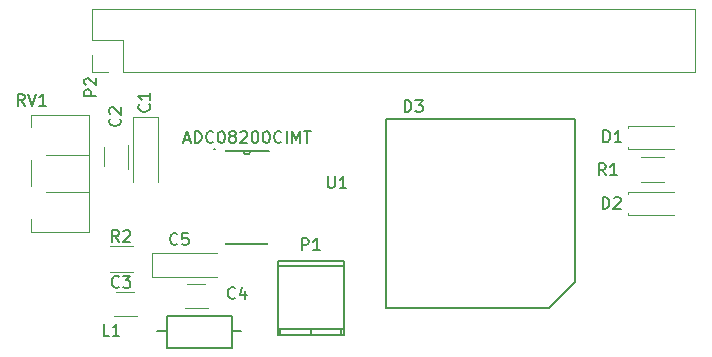
<source format=gbr>
G04 #@! TF.FileFunction,Legend,Top*
%FSLAX46Y46*%
G04 Gerber Fmt 4.6, Leading zero omitted, Abs format (unit mm)*
G04 Created by KiCad (PCBNEW 4.0.6-e0-6349~53~ubuntu16.04.1) date Mon Mar 20 22:19:24 2017*
%MOMM*%
%LPD*%
G01*
G04 APERTURE LIST*
%ADD10C,0.100000*%
%ADD11C,0.120000*%
%ADD12C,0.152400*%
%ADD13C,0.150000*%
%ADD14R,2.100000X2.100000*%
%ADD15O,2.100000X2.100000*%
%ADD16R,2.152600X0.908000*%
%ADD17R,1.900000X3.600000*%
%ADD18R,2.000000X1.400000*%
%ADD19R,1.400000X2.000000*%
%ADD20R,3.600000X1.900000*%
%ADD21R,1.300000X1.600000*%
%ADD22C,2.500000*%
%ADD23R,2.500000X2.500000*%
%ADD24C,2.398980*%
%ADD25O,2.398980X2.398980*%
%ADD26R,2.398980X2.398980*%
%ADD27R,1.300000X2.100000*%
%ADD28C,2.740000*%
%ADD29R,4.591000X1.670000*%
%ADD30R,4.083000X1.670000*%
%ADD31C,3.400000*%
G04 APERTURE END LIST*
D10*
D11*
X123888500Y-37458000D02*
X172268500Y-37458000D01*
X172268500Y-37458000D02*
X172268500Y-32138000D01*
X172268500Y-32138000D02*
X121228500Y-32138000D01*
X121228500Y-32138000D02*
X121228500Y-34798000D01*
X121228500Y-34798000D02*
X123888500Y-34798000D01*
X123888500Y-34798000D02*
X123888500Y-37458000D01*
X122618500Y-37458000D02*
X121228500Y-37458000D01*
X121228500Y-37458000D02*
X121228500Y-36068000D01*
D12*
X132500627Y-52082700D02*
X136231373Y-52082700D01*
X136231373Y-44183300D02*
X132500627Y-44183300D01*
X134061200Y-44183300D02*
G75*
G03X134670800Y-44183300I304800J0D01*
G01*
X131729600Y-44088000D02*
G75*
G03X131729600Y-44088000I-76200J0D01*
G01*
D11*
X126843500Y-41312000D02*
X126843500Y-46812000D01*
X124743500Y-41312000D02*
X124743500Y-46812000D01*
X126843500Y-41312000D02*
X124743500Y-41312000D01*
X124337000Y-45704000D02*
X124337000Y-43704000D01*
X122297000Y-43704000D02*
X122297000Y-45704000D01*
X125079000Y-56130000D02*
X123079000Y-56130000D01*
X123079000Y-58170000D02*
X125079000Y-58170000D01*
X131111500Y-55431500D02*
X129111500Y-55431500D01*
X129111500Y-57471500D02*
X131111500Y-57471500D01*
X126338500Y-52798000D02*
X131838500Y-52798000D01*
X126338500Y-54898000D02*
X131838500Y-54898000D01*
X126338500Y-52798000D02*
X126338500Y-54898000D01*
X166660000Y-42053000D02*
X166660000Y-44053000D01*
X166660000Y-44053000D02*
X170560000Y-44053000D01*
X166660000Y-42053000D02*
X170560000Y-42053000D01*
X166660000Y-47641000D02*
X166660000Y-49641000D01*
X166660000Y-49641000D02*
X170560000Y-49641000D01*
X166660000Y-47641000D02*
X170560000Y-47641000D01*
D13*
X162117000Y-41469000D02*
X162117000Y-55269000D01*
X162117000Y-55269000D02*
X159917000Y-57469000D01*
X159917000Y-57469000D02*
X146117000Y-57469000D01*
X146117000Y-41469000D02*
X162117000Y-41469000D01*
X146117000Y-57469000D02*
X146117000Y-41469000D01*
X133080760Y-59436000D02*
X133842760Y-59436000D01*
X127619760Y-59436000D02*
X126730760Y-59436000D01*
X133080760Y-58166000D02*
X133080760Y-60833000D01*
X133080760Y-60833000D02*
X127619760Y-60833000D01*
X127619760Y-60833000D02*
X127619760Y-58166000D01*
X127619760Y-58166000D02*
X133080760Y-58166000D01*
X142562580Y-59242960D02*
X136964420Y-59242960D01*
X137162540Y-59740800D02*
X137162540Y-59242960D01*
X142364460Y-59242960D02*
X142364460Y-59740800D01*
X139763500Y-59740800D02*
X139763500Y-59242960D01*
X136964420Y-53941980D02*
X142562580Y-53941980D01*
X136964420Y-59740800D02*
X142562580Y-59740800D01*
X142562580Y-59740800D02*
X142562580Y-53543200D01*
X142562580Y-53543200D02*
X136964420Y-53543200D01*
X136964420Y-53543200D02*
X136964420Y-59740800D01*
D11*
X169719500Y-46853500D02*
X167719500Y-46853500D01*
X167719500Y-44713500D02*
X169719500Y-44713500D01*
X124761500Y-54410000D02*
X122761500Y-54410000D01*
X122761500Y-52270000D02*
X124761500Y-52270000D01*
X116080500Y-41100000D02*
X121001500Y-41100000D01*
X116080500Y-51021000D02*
X121001500Y-51021000D01*
X121001500Y-41100000D02*
X121001500Y-51021000D01*
X116080500Y-49926000D02*
X116080500Y-51021000D01*
X116080500Y-41100000D02*
X116080500Y-42196000D01*
X116080500Y-44926000D02*
X116080500Y-47196000D01*
X117326500Y-44501000D02*
X121001500Y-44501000D01*
X117326500Y-47622000D02*
X121001500Y-47622000D01*
X116080500Y-44926000D02*
X116080500Y-47196000D01*
X121001500Y-44501000D02*
X121001500Y-47622000D01*
D13*
X121610381Y-39536595D02*
X120610381Y-39536595D01*
X120610381Y-39155642D01*
X120658000Y-39060404D01*
X120705619Y-39012785D01*
X120800857Y-38965166D01*
X120943714Y-38965166D01*
X121038952Y-39012785D01*
X121086571Y-39060404D01*
X121134190Y-39155642D01*
X121134190Y-39536595D01*
X120705619Y-38584214D02*
X120658000Y-38536595D01*
X120610381Y-38441357D01*
X120610381Y-38203261D01*
X120658000Y-38108023D01*
X120705619Y-38060404D01*
X120800857Y-38012785D01*
X120896095Y-38012785D01*
X121038952Y-38060404D01*
X121610381Y-38631833D01*
X121610381Y-38012785D01*
X141224095Y-46315381D02*
X141224095Y-47124905D01*
X141271714Y-47220143D01*
X141319333Y-47267762D01*
X141414571Y-47315381D01*
X141605048Y-47315381D01*
X141700286Y-47267762D01*
X141747905Y-47220143D01*
X141795524Y-47124905D01*
X141795524Y-46315381D01*
X142795524Y-47315381D02*
X142224095Y-47315381D01*
X142509809Y-47315381D02*
X142509809Y-46315381D01*
X142414571Y-46458238D01*
X142319333Y-46553476D01*
X142224095Y-46601095D01*
X129056476Y-43219667D02*
X129532667Y-43219667D01*
X128961238Y-43505381D02*
X129294571Y-42505381D01*
X129627905Y-43505381D01*
X129961238Y-43505381D02*
X129961238Y-42505381D01*
X130199333Y-42505381D01*
X130342191Y-42553000D01*
X130437429Y-42648238D01*
X130485048Y-42743476D01*
X130532667Y-42933952D01*
X130532667Y-43076810D01*
X130485048Y-43267286D01*
X130437429Y-43362524D01*
X130342191Y-43457762D01*
X130199333Y-43505381D01*
X129961238Y-43505381D01*
X131532667Y-43410143D02*
X131485048Y-43457762D01*
X131342191Y-43505381D01*
X131246953Y-43505381D01*
X131104095Y-43457762D01*
X131008857Y-43362524D01*
X130961238Y-43267286D01*
X130913619Y-43076810D01*
X130913619Y-42933952D01*
X130961238Y-42743476D01*
X131008857Y-42648238D01*
X131104095Y-42553000D01*
X131246953Y-42505381D01*
X131342191Y-42505381D01*
X131485048Y-42553000D01*
X131532667Y-42600619D01*
X132151714Y-42505381D02*
X132246953Y-42505381D01*
X132342191Y-42553000D01*
X132389810Y-42600619D01*
X132437429Y-42695857D01*
X132485048Y-42886333D01*
X132485048Y-43124429D01*
X132437429Y-43314905D01*
X132389810Y-43410143D01*
X132342191Y-43457762D01*
X132246953Y-43505381D01*
X132151714Y-43505381D01*
X132056476Y-43457762D01*
X132008857Y-43410143D01*
X131961238Y-43314905D01*
X131913619Y-43124429D01*
X131913619Y-42886333D01*
X131961238Y-42695857D01*
X132008857Y-42600619D01*
X132056476Y-42553000D01*
X132151714Y-42505381D01*
X133056476Y-42933952D02*
X132961238Y-42886333D01*
X132913619Y-42838714D01*
X132866000Y-42743476D01*
X132866000Y-42695857D01*
X132913619Y-42600619D01*
X132961238Y-42553000D01*
X133056476Y-42505381D01*
X133246953Y-42505381D01*
X133342191Y-42553000D01*
X133389810Y-42600619D01*
X133437429Y-42695857D01*
X133437429Y-42743476D01*
X133389810Y-42838714D01*
X133342191Y-42886333D01*
X133246953Y-42933952D01*
X133056476Y-42933952D01*
X132961238Y-42981571D01*
X132913619Y-43029190D01*
X132866000Y-43124429D01*
X132866000Y-43314905D01*
X132913619Y-43410143D01*
X132961238Y-43457762D01*
X133056476Y-43505381D01*
X133246953Y-43505381D01*
X133342191Y-43457762D01*
X133389810Y-43410143D01*
X133437429Y-43314905D01*
X133437429Y-43124429D01*
X133389810Y-43029190D01*
X133342191Y-42981571D01*
X133246953Y-42933952D01*
X133818381Y-42600619D02*
X133866000Y-42553000D01*
X133961238Y-42505381D01*
X134199334Y-42505381D01*
X134294572Y-42553000D01*
X134342191Y-42600619D01*
X134389810Y-42695857D01*
X134389810Y-42791095D01*
X134342191Y-42933952D01*
X133770762Y-43505381D01*
X134389810Y-43505381D01*
X135008857Y-42505381D02*
X135104096Y-42505381D01*
X135199334Y-42553000D01*
X135246953Y-42600619D01*
X135294572Y-42695857D01*
X135342191Y-42886333D01*
X135342191Y-43124429D01*
X135294572Y-43314905D01*
X135246953Y-43410143D01*
X135199334Y-43457762D01*
X135104096Y-43505381D01*
X135008857Y-43505381D01*
X134913619Y-43457762D01*
X134866000Y-43410143D01*
X134818381Y-43314905D01*
X134770762Y-43124429D01*
X134770762Y-42886333D01*
X134818381Y-42695857D01*
X134866000Y-42600619D01*
X134913619Y-42553000D01*
X135008857Y-42505381D01*
X135961238Y-42505381D02*
X136056477Y-42505381D01*
X136151715Y-42553000D01*
X136199334Y-42600619D01*
X136246953Y-42695857D01*
X136294572Y-42886333D01*
X136294572Y-43124429D01*
X136246953Y-43314905D01*
X136199334Y-43410143D01*
X136151715Y-43457762D01*
X136056477Y-43505381D01*
X135961238Y-43505381D01*
X135866000Y-43457762D01*
X135818381Y-43410143D01*
X135770762Y-43314905D01*
X135723143Y-43124429D01*
X135723143Y-42886333D01*
X135770762Y-42695857D01*
X135818381Y-42600619D01*
X135866000Y-42553000D01*
X135961238Y-42505381D01*
X137294572Y-43410143D02*
X137246953Y-43457762D01*
X137104096Y-43505381D01*
X137008858Y-43505381D01*
X136866000Y-43457762D01*
X136770762Y-43362524D01*
X136723143Y-43267286D01*
X136675524Y-43076810D01*
X136675524Y-42933952D01*
X136723143Y-42743476D01*
X136770762Y-42648238D01*
X136866000Y-42553000D01*
X137008858Y-42505381D01*
X137104096Y-42505381D01*
X137246953Y-42553000D01*
X137294572Y-42600619D01*
X137723143Y-43505381D02*
X137723143Y-42505381D01*
X138199333Y-43505381D02*
X138199333Y-42505381D01*
X138532667Y-43219667D01*
X138866000Y-42505381D01*
X138866000Y-43505381D01*
X139199333Y-42505381D02*
X139770762Y-42505381D01*
X139485047Y-43505381D02*
X139485047Y-42505381D01*
X126087143Y-40235166D02*
X126134762Y-40282785D01*
X126182381Y-40425642D01*
X126182381Y-40520880D01*
X126134762Y-40663738D01*
X126039524Y-40758976D01*
X125944286Y-40806595D01*
X125753810Y-40854214D01*
X125610952Y-40854214D01*
X125420476Y-40806595D01*
X125325238Y-40758976D01*
X125230000Y-40663738D01*
X125182381Y-40520880D01*
X125182381Y-40425642D01*
X125230000Y-40282785D01*
X125277619Y-40235166D01*
X126182381Y-39282785D02*
X126182381Y-39854214D01*
X126182381Y-39568500D02*
X125182381Y-39568500D01*
X125325238Y-39663738D01*
X125420476Y-39758976D01*
X125468095Y-39854214D01*
X123610643Y-41441666D02*
X123658262Y-41489285D01*
X123705881Y-41632142D01*
X123705881Y-41727380D01*
X123658262Y-41870238D01*
X123563024Y-41965476D01*
X123467786Y-42013095D01*
X123277310Y-42060714D01*
X123134452Y-42060714D01*
X122943976Y-42013095D01*
X122848738Y-41965476D01*
X122753500Y-41870238D01*
X122705881Y-41727380D01*
X122705881Y-41632142D01*
X122753500Y-41489285D01*
X122801119Y-41441666D01*
X122801119Y-41060714D02*
X122753500Y-41013095D01*
X122705881Y-40917857D01*
X122705881Y-40679761D01*
X122753500Y-40584523D01*
X122801119Y-40536904D01*
X122896357Y-40489285D01*
X122991595Y-40489285D01*
X123134452Y-40536904D01*
X123705881Y-41108333D01*
X123705881Y-40489285D01*
X123531334Y-55665643D02*
X123483715Y-55713262D01*
X123340858Y-55760881D01*
X123245620Y-55760881D01*
X123102762Y-55713262D01*
X123007524Y-55618024D01*
X122959905Y-55522786D01*
X122912286Y-55332310D01*
X122912286Y-55189452D01*
X122959905Y-54998976D01*
X123007524Y-54903738D01*
X123102762Y-54808500D01*
X123245620Y-54760881D01*
X123340858Y-54760881D01*
X123483715Y-54808500D01*
X123531334Y-54856119D01*
X123864667Y-54760881D02*
X124483715Y-54760881D01*
X124150381Y-55141833D01*
X124293239Y-55141833D01*
X124388477Y-55189452D01*
X124436096Y-55237071D01*
X124483715Y-55332310D01*
X124483715Y-55570405D01*
X124436096Y-55665643D01*
X124388477Y-55713262D01*
X124293239Y-55760881D01*
X124007524Y-55760881D01*
X123912286Y-55713262D01*
X123864667Y-55665643D01*
X133373834Y-56618143D02*
X133326215Y-56665762D01*
X133183358Y-56713381D01*
X133088120Y-56713381D01*
X132945262Y-56665762D01*
X132850024Y-56570524D01*
X132802405Y-56475286D01*
X132754786Y-56284810D01*
X132754786Y-56141952D01*
X132802405Y-55951476D01*
X132850024Y-55856238D01*
X132945262Y-55761000D01*
X133088120Y-55713381D01*
X133183358Y-55713381D01*
X133326215Y-55761000D01*
X133373834Y-55808619D01*
X134230977Y-56046714D02*
X134230977Y-56713381D01*
X133992881Y-55665762D02*
X133754786Y-56380048D01*
X134373834Y-56380048D01*
X128484334Y-52046143D02*
X128436715Y-52093762D01*
X128293858Y-52141381D01*
X128198620Y-52141381D01*
X128055762Y-52093762D01*
X127960524Y-51998524D01*
X127912905Y-51903286D01*
X127865286Y-51712810D01*
X127865286Y-51569952D01*
X127912905Y-51379476D01*
X127960524Y-51284238D01*
X128055762Y-51189000D01*
X128198620Y-51141381D01*
X128293858Y-51141381D01*
X128436715Y-51189000D01*
X128484334Y-51236619D01*
X129389096Y-51141381D02*
X128912905Y-51141381D01*
X128865286Y-51617571D01*
X128912905Y-51569952D01*
X129008143Y-51522333D01*
X129246239Y-51522333D01*
X129341477Y-51569952D01*
X129389096Y-51617571D01*
X129436715Y-51712810D01*
X129436715Y-51950905D01*
X129389096Y-52046143D01*
X129341477Y-52093762D01*
X129246239Y-52141381D01*
X129008143Y-52141381D01*
X128912905Y-52093762D01*
X128865286Y-52046143D01*
X164552405Y-43441881D02*
X164552405Y-42441881D01*
X164790500Y-42441881D01*
X164933358Y-42489500D01*
X165028596Y-42584738D01*
X165076215Y-42679976D01*
X165123834Y-42870452D01*
X165123834Y-43013310D01*
X165076215Y-43203786D01*
X165028596Y-43299024D01*
X164933358Y-43394262D01*
X164790500Y-43441881D01*
X164552405Y-43441881D01*
X166076215Y-43441881D02*
X165504786Y-43441881D01*
X165790500Y-43441881D02*
X165790500Y-42441881D01*
X165695262Y-42584738D01*
X165600024Y-42679976D01*
X165504786Y-42727595D01*
X164488905Y-49093381D02*
X164488905Y-48093381D01*
X164727000Y-48093381D01*
X164869858Y-48141000D01*
X164965096Y-48236238D01*
X165012715Y-48331476D01*
X165060334Y-48521952D01*
X165060334Y-48664810D01*
X165012715Y-48855286D01*
X164965096Y-48950524D01*
X164869858Y-49045762D01*
X164727000Y-49093381D01*
X164488905Y-49093381D01*
X165441286Y-48188619D02*
X165488905Y-48141000D01*
X165584143Y-48093381D01*
X165822239Y-48093381D01*
X165917477Y-48141000D01*
X165965096Y-48188619D01*
X166012715Y-48283857D01*
X166012715Y-48379095D01*
X165965096Y-48521952D01*
X165393667Y-49093381D01*
X166012715Y-49093381D01*
X147728905Y-40871381D02*
X147728905Y-39871381D01*
X147967000Y-39871381D01*
X148109858Y-39919000D01*
X148205096Y-40014238D01*
X148252715Y-40109476D01*
X148300334Y-40299952D01*
X148300334Y-40442810D01*
X148252715Y-40633286D01*
X148205096Y-40728524D01*
X148109858Y-40823762D01*
X147967000Y-40871381D01*
X147728905Y-40871381D01*
X148633667Y-39871381D02*
X149252715Y-39871381D01*
X148919381Y-40252333D01*
X149062239Y-40252333D01*
X149157477Y-40299952D01*
X149205096Y-40347571D01*
X149252715Y-40442810D01*
X149252715Y-40680905D01*
X149205096Y-40776143D01*
X149157477Y-40823762D01*
X149062239Y-40871381D01*
X148776524Y-40871381D01*
X148681286Y-40823762D01*
X148633667Y-40776143D01*
X122705834Y-59824881D02*
X122229643Y-59824881D01*
X122229643Y-58824881D01*
X123562977Y-59824881D02*
X122991548Y-59824881D01*
X123277262Y-59824881D02*
X123277262Y-58824881D01*
X123182024Y-58967738D01*
X123086786Y-59062976D01*
X122991548Y-59110595D01*
X139025405Y-52593501D02*
X139025405Y-51593501D01*
X139406358Y-51593501D01*
X139501596Y-51641120D01*
X139549215Y-51688739D01*
X139596834Y-51783977D01*
X139596834Y-51926834D01*
X139549215Y-52022072D01*
X139501596Y-52069691D01*
X139406358Y-52117310D01*
X139025405Y-52117310D01*
X140549215Y-52593501D02*
X139977786Y-52593501D01*
X140263500Y-52593501D02*
X140263500Y-51593501D01*
X140168262Y-51736358D01*
X140073024Y-51831596D01*
X139977786Y-51879215D01*
X164742834Y-46235881D02*
X164409500Y-45759690D01*
X164171405Y-46235881D02*
X164171405Y-45235881D01*
X164552358Y-45235881D01*
X164647596Y-45283500D01*
X164695215Y-45331119D01*
X164742834Y-45426357D01*
X164742834Y-45569214D01*
X164695215Y-45664452D01*
X164647596Y-45712071D01*
X164552358Y-45759690D01*
X164171405Y-45759690D01*
X165695215Y-46235881D02*
X165123786Y-46235881D01*
X165409500Y-46235881D02*
X165409500Y-45235881D01*
X165314262Y-45378738D01*
X165219024Y-45473976D01*
X165123786Y-45521595D01*
X123531334Y-51887381D02*
X123198000Y-51411190D01*
X122959905Y-51887381D02*
X122959905Y-50887381D01*
X123340858Y-50887381D01*
X123436096Y-50935000D01*
X123483715Y-50982619D01*
X123531334Y-51077857D01*
X123531334Y-51220714D01*
X123483715Y-51315952D01*
X123436096Y-51363571D01*
X123340858Y-51411190D01*
X122959905Y-51411190D01*
X123912286Y-50982619D02*
X123959905Y-50935000D01*
X124055143Y-50887381D01*
X124293239Y-50887381D01*
X124388477Y-50935000D01*
X124436096Y-50982619D01*
X124483715Y-51077857D01*
X124483715Y-51173095D01*
X124436096Y-51315952D01*
X123864667Y-51887381D01*
X124483715Y-51887381D01*
X115546262Y-40363381D02*
X115212928Y-39887190D01*
X114974833Y-40363381D02*
X114974833Y-39363381D01*
X115355786Y-39363381D01*
X115451024Y-39411000D01*
X115498643Y-39458619D01*
X115546262Y-39553857D01*
X115546262Y-39696714D01*
X115498643Y-39791952D01*
X115451024Y-39839571D01*
X115355786Y-39887190D01*
X114974833Y-39887190D01*
X115831976Y-39363381D02*
X116165309Y-40363381D01*
X116498643Y-39363381D01*
X117355786Y-40363381D02*
X116784357Y-40363381D01*
X117070071Y-40363381D02*
X117070071Y-39363381D01*
X116974833Y-39506238D01*
X116879595Y-39601476D01*
X116784357Y-39649095D01*
%LPC*%
D14*
X122618500Y-36068000D03*
D15*
X122618500Y-33528000D03*
X125158500Y-36068000D03*
X125158500Y-33528000D03*
X127698500Y-36068000D03*
X127698500Y-33528000D03*
X130238500Y-36068000D03*
X130238500Y-33528000D03*
X132778500Y-36068000D03*
X132778500Y-33528000D03*
X135318500Y-36068000D03*
X135318500Y-33528000D03*
X137858500Y-36068000D03*
X137858500Y-33528000D03*
X140398500Y-36068000D03*
X140398500Y-33528000D03*
X142938500Y-36068000D03*
X142938500Y-33528000D03*
X145478500Y-36068000D03*
X145478500Y-33528000D03*
X148018500Y-36068000D03*
X148018500Y-33528000D03*
X150558500Y-36068000D03*
X150558500Y-33528000D03*
X153098500Y-36068000D03*
X153098500Y-33528000D03*
X155638500Y-36068000D03*
X155638500Y-33528000D03*
X158178500Y-36068000D03*
X158178500Y-33528000D03*
X160718500Y-36068000D03*
X160718500Y-33528000D03*
X163258500Y-36068000D03*
X163258500Y-33528000D03*
X165798500Y-36068000D03*
X165798500Y-33528000D03*
X168338500Y-36068000D03*
X168338500Y-33528000D03*
X170878500Y-36068000D03*
X170878500Y-33528000D03*
D16*
X131521200Y-44558001D03*
X131521200Y-45208000D03*
X131521200Y-45857998D03*
X131521200Y-46507999D03*
X131521200Y-47157998D03*
X131521200Y-47807999D03*
X131521200Y-48457998D03*
X131521200Y-49107999D03*
X131521200Y-49757998D03*
X131521200Y-50407999D03*
X131521200Y-51057998D03*
X131521200Y-51707999D03*
X137210800Y-51707999D03*
X137210800Y-51058000D03*
X137210800Y-50407999D03*
X137210800Y-49758001D03*
X137210800Y-49107999D03*
X137210800Y-48458001D03*
X137210800Y-47808002D03*
X137210800Y-47158001D03*
X137210800Y-46508002D03*
X137210800Y-45858001D03*
X137210800Y-45208002D03*
D17*
X125793500Y-43212000D03*
X125793500Y-47212000D03*
D18*
X123317000Y-43204000D03*
X123317000Y-46204000D03*
D19*
X122579000Y-57150000D03*
X125579000Y-57150000D03*
X128611500Y-56451500D03*
X131611500Y-56451500D03*
D20*
X128238500Y-53848000D03*
X132238500Y-53848000D03*
D21*
X167260000Y-43053000D03*
X170560000Y-43053000D03*
X167260000Y-48641000D03*
X170560000Y-48641000D03*
D22*
X148717000Y-44069000D03*
X148717000Y-54869000D03*
D23*
X159517000Y-54869000D03*
D22*
X159517000Y-44069000D03*
D24*
X135366760Y-59436000D03*
X125206760Y-59436000D03*
D25*
X141033500Y-56642000D03*
D26*
X138493500Y-56642000D03*
D27*
X167269500Y-45783500D03*
X170169500Y-45783500D03*
X122311500Y-53340000D03*
X125211500Y-53340000D03*
D28*
X116141500Y-48561000D03*
X118641500Y-46061000D03*
X116141500Y-43561000D03*
D29*
X176720500Y-47231300D03*
X176720500Y-42938700D03*
D30*
X176974500Y-45085000D03*
D29*
X176720500Y-47231300D03*
X176720500Y-42938700D03*
D31*
X117729000Y-34798000D03*
X175768000Y-34798000D03*
X117729000Y-57848500D03*
X175768000Y-57848500D03*
M02*

</source>
